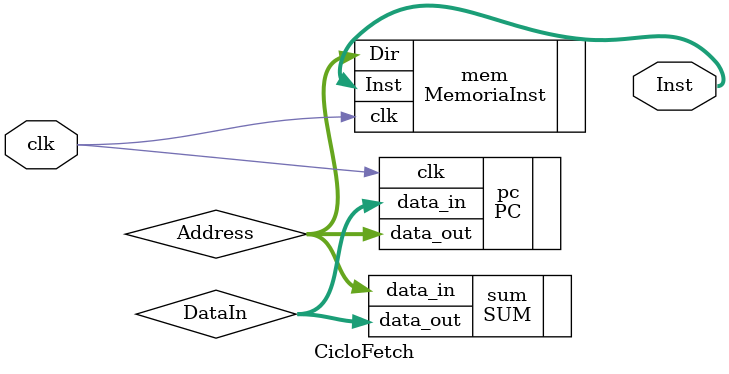
<source format=v>

module CicloFetch
(
	input clk,                //Señal de reloj
	output wire [31:0] Inst   //Instrucción completa
);

wire [31:0] DataIn, Address;

//Instancia del Contador de programa
PC pc
	(
		.data_in(DataIn), 
		.data_out(Address),
		.clk(clk)
	);
	
//Instancia del Sumador
SUM sum
	(
		.data_in(Address), 
		.data_out(DataIn)
	);

//Instancia de la Memoria de Instrucciones
MemoriaInst mem
	(
		.clk(clk),
		.Dir(Address), 
		.Inst(Inst)
	);

endmodule
</source>
